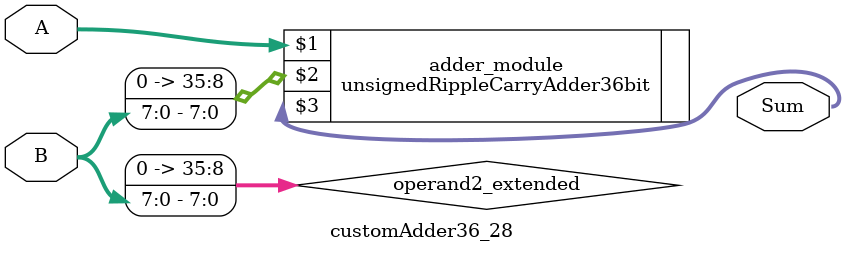
<source format=v>
module customAdder36_28(
                        input [35 : 0] A,
                        input [7 : 0] B,
                        
                        output [36 : 0] Sum
                );

        wire [35 : 0] operand2_extended;
        
        assign operand2_extended =  {28'b0, B};
        
        unsignedRippleCarryAdder36bit adder_module(
            A,
            operand2_extended,
            Sum
        );
        
        endmodule
        
</source>
